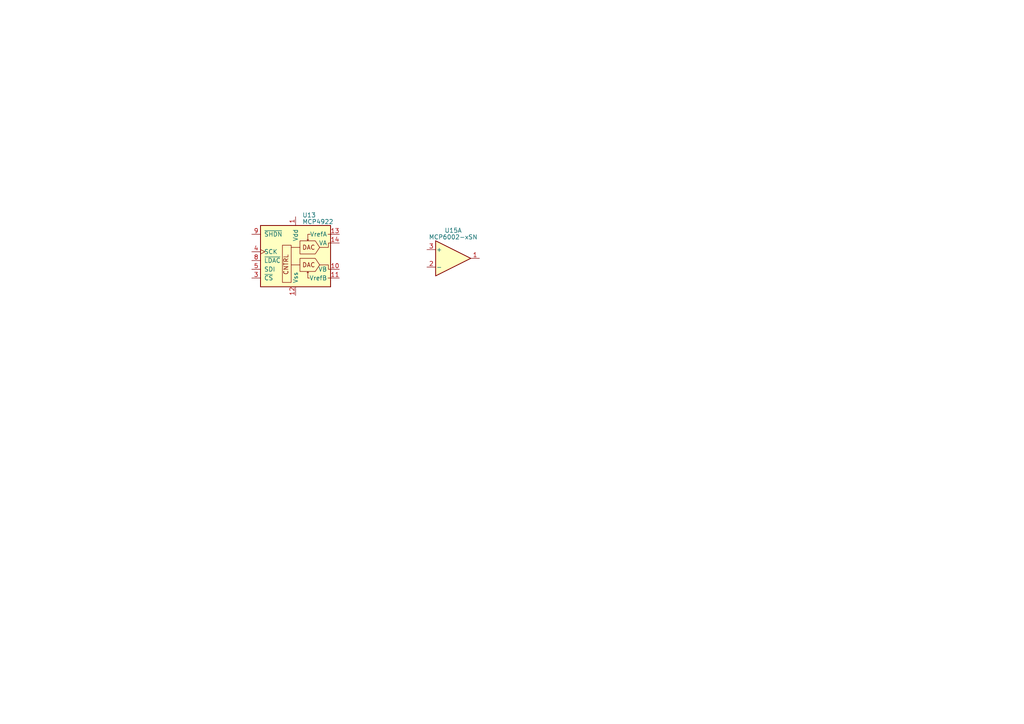
<source format=kicad_sch>
(kicad_sch (version 20230121) (generator eeschema)
  (paper "A4")
  (lib_symbols
    (symbol "Amplifier_Operational:MCP6002-xSN" (pin_names (offset 0.127))
      (property "Reference" "U" (at 0 5.08 0))
      (property "Value" "MCP6002-xSN" (at 0 -5.08 0))
      (symbol "MCP6002-xSN_1_1"
        (polyline (pts (xy -5.08 5.08) (xy 5.08 0) (xy -5.08 -5.08) (xy -5.08 5.08)) (stroke (width 0.254)) (fill (type background)))
        (pin output line (at 7.62 0 180) (length 2.54) (name "~") (number "1"))
        (pin input line (at -7.62 -2.54 0) (length 2.54) (name "-") (number "2"))
        (pin input line (at -7.62 2.54 0) (length 2.54) (name "+") (number "3"))
      )
      (symbol "MCP6002-xSN_2_1"
        (polyline (pts (xy -5.08 5.08) (xy 5.08 0) (xy -5.08 -5.08) (xy -5.08 5.08)) (stroke (width 0.254)) (fill (type background)))
        (pin input line (at -7.62 2.54 0) (length 2.54) (name "+") (number "5"))
        (pin input line (at -7.62 -2.54 0) (length 2.54) (name "-") (number "6"))
        (pin output line (at 7.62 0 180) (length 2.54) (name "~") (number "7"))
      )
      (symbol "MCP6002-xSN_3_1"
        (pin power_in line (at -2.54 -7.62 90) (length 3.81) (name "V-") (number "4"))
        (pin power_in line (at -2.54 7.62 270) (length 3.81) (name "V+") (number "8"))
      )
    )
    (symbol "Analog_DAC:MCP4922" (pin_names (offset 1.016))
      (property "Reference" "U" (at -1.905 10.795 0))
      (property "Value" "MCP4922" (at -1.905 8.89 0))
      (symbol "MCP4922_0_0"
        (polyline (pts (xy 3.556 -5.842) (xy 3.302 -6.096)))
        (polyline (pts (xy 3.556 -5.842) (xy 3.81 -6.096)))
        (polyline (pts (xy 3.556 3.302) (xy 3.302 3.556)))
        (polyline (pts (xy 3.556 3.302) (xy 3.81 3.556)))
        (polyline (pts (xy 10.16 -7.62) (xy 9.398 -7.62)))
        (polyline (pts (xy 10.16 5.08) (xy 9.398 5.08)))
        (polyline (pts (xy 4.064 -7.62) (xy 3.556 -7.62) (xy 3.556 -5.842)))
        (polyline (pts (xy 4.318 5.08) (xy 3.556 5.08) (xy 3.556 3.302)))
        (polyline (pts (xy 6.985 -3.81) (xy 9.525 -3.81) (xy 9.525 -5.08) (xy 10.16 -5.08)))
        (polyline (pts (xy 6.985 1.27) (xy 9.525 1.27) (xy 9.525 2.54) (xy 10.16 2.54)))
        (text "CNTRL" (at -2.032 -6.731 900) (effects (font (size 1.27 1.27)) (justify left bottom)))
        (text "DAC" (at 3.81 -3.81 0) (effects (font (size 1.27 1.27))))
        (text "DAC" (at 3.81 1.27 0) (effects (font (size 1.27 1.27))))
      )
      (symbol "MCP4922_0_1"
        (rectangle (start -10.16 7.62) (end 10.16 -10.16) (stroke (width 0.254)) (fill (type background)))
        (rectangle (start -1.27 -8.89) (end -3.81 1.905))
        (polyline (pts (xy 1.27 -3.81) (xy -1.27 -3.81)))
        (polyline (pts (xy 1.27 1.27) (xy -1.27 1.27)))
        (polyline (pts (xy 6.985 -3.81) (xy 5.715 -1.905) (xy 1.27 -1.905) (xy 1.27 -5.715) (xy 5.715 -5.715) (xy 6.985 -3.81)))
        (polyline (pts (xy 6.985 1.27) (xy 5.715 3.175) (xy 1.27 3.175) (xy 1.27 -0.635) (xy 5.715 -0.635) (xy 6.985 1.27)))
      )
      (symbol "MCP4922_1_1"
        (pin power_in line (at 0 10.16 270) (length 2.54) (name "Vdd") (number "1"))
        (pin output line (at 12.7 -5.08 180) (length 2.54) (name "VB") (number "10"))
        (pin input line (at 12.7 -7.62 180) (length 2.54) (name "VrefB") (number "11"))
        (pin power_in line (at 0 -12.7 90) (length 2.54) (name "Vss") (number "12"))
        (pin input line (at 12.7 5.08 180) (length 2.54) (name "VrefA") (number "13"))
        (pin output line (at 12.7 2.54 180) (length 2.54) (name "VA") (number "14"))
        (pin no_connect line (at -7.62 -10.16 90) (length 2.54) hide (name "NC") (number "2"))
        (pin input line (at -12.7 -7.62 0) (length 2.54) (name "~{CS}") (number "3"))
        (pin input clock (at -12.7 0 0) (length 2.54) (name "SCK") (number "4"))
        (pin input line (at -12.7 -5.08 0) (length 2.54) (name "SDI") (number "5"))
        (pin no_connect line (at -5.08 -10.16 90) (length 2.54) hide (name "NC") (number "6"))
        (pin no_connect line (at -2.54 -10.16 90) (length 2.54) hide (name "NC") (number "7"))
        (pin input line (at -12.7 -2.54 0) (length 2.54) (name "~{LDAC}") (number "8"))
        (pin output line (at -12.7 5.08 0) (length 2.54) (name "~{SHDN}") (number "9"))
      )
    )
  )
  (symbol (lib_id "Amplifier_Operational:MCP6002-xSN") (at 131.445 74.93 0) (unit 1)
    (property "Reference" "U15" (at 131.445 66.8401 0))
    (property "Value" "MCP6002-xSN" (at 131.445 68.7611 0))
    (property "Datasheet" "http://ww1.microchip.com/downloads/en/DeviceDoc/21733j.pdf" (effects hide))
  )
  (symbol (lib_id "Analog_DAC:MCP4922") (at 85.725 73.025 0) (unit 1)
    (property "Reference" "U13" (at 87.6809 62.3951 0) (effects (justify left)))
    (property "Value" "MCP4922" (at 87.6809 64.3161 0) (effects (justify left)))
    (property "Datasheet" "http://ww1.microchip.com/downloads/en/DeviceDoc/22250A.pdf" (effects hide))
  )
)
</source>
